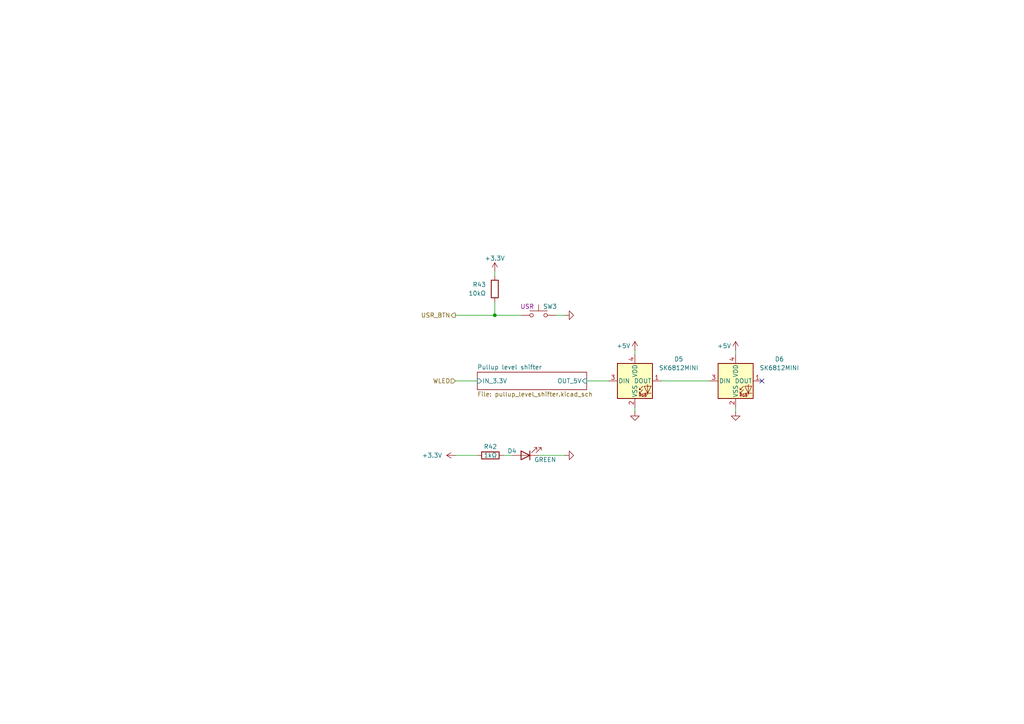
<source format=kicad_sch>
(kicad_sch (version 20250114) (generator "eeschema") (generator_version "9.0")
  (paper "A4")
  (lib_symbols
    (symbol "Device:LED" (pin_numbers (hide yes)) (pin_names (offset 1.016) (hide yes))
      (property "Reference" "D" (at 0 2.54 0))
      (property "Value" "LED" (at 0 -2.54 0))
      (symbol "LED_0_1"
        (polyline (pts (xy -3.048 -0.762) (xy -4.572 -2.286) (xy -3.81 -2.286) (xy -4.572 -2.286) (xy -4.572 -1.524)))
        (polyline (pts (xy -1.778 -0.762) (xy -3.302 -2.286) (xy -2.54 -2.286) (xy -3.302 -2.286) (xy -3.302 -1.524)))
        (polyline (pts (xy -1.27 0) (xy 1.27 0)))
        (polyline (pts (xy -1.27 -1.27) (xy -1.27 1.27)) (stroke (width 0.254)))
        (polyline (pts (xy 1.27 -1.27) (xy 1.27 1.27) (xy -1.27 0) (xy 1.27 -1.27)) (stroke (width 0.254)))
      )
      (symbol "LED_1_1"
        (pin passive line (at -3.81 0 0) (length 2.54) (name "K") (number "1"))
        (pin passive line (at 3.81 0 180) (length 2.54) (name "A") (number "2"))
      )
    )
    (symbol "Device:R" (pin_numbers (hide yes)) (pin_names (offset 0))
      (property "Reference" "R" (at 2.032 0 90))
      (property "Value" "R" (at 0 0 90))
      (symbol "R_0_1"
        (rectangle (start -1.016 -2.54) (end 1.016 2.54) (stroke (width 0.254)))
      )
      (symbol "R_1_1"
        (pin passive line (at 0 3.81 270) (length 1.27) (name "~") (number "1"))
        (pin passive line (at 0 -3.81 90) (length 1.27) (name "~") (number "2"))
      )
    )
    (symbol "LED:SK6812MINI" (pin_names (offset 0.254))
      (property "Reference" "D" (at 5.08 5.715 0))
      (property "Value" "SK6812MINI" (at 1.27 -5.715 0))
      (symbol "SK6812MINI_0_0"
        (text "RGB" (at 2.286 -4.191 0) (effects (font (size 0.762 0.762))))
      )
      (symbol "SK6812MINI_0_1"
        (polyline (pts (xy 1.27 -2.54) (xy 1.778 -2.54)))
        (polyline (pts (xy 1.27 -3.556) (xy 1.778 -3.556)))
        (polyline (pts (xy 2.286 -1.524) (xy 1.27 -2.54) (xy 1.27 -2.032)))
        (polyline (pts (xy 2.286 -2.54) (xy 1.27 -3.556) (xy 1.27 -3.048)))
        (polyline (pts (xy 3.683 -1.016) (xy 3.683 -3.556) (xy 3.683 -4.064)))
        (polyline (pts (xy 4.699 -1.524) (xy 2.667 -1.524) (xy 3.683 -3.556) (xy 4.699 -1.524)))
        (polyline (pts (xy 4.699 -3.556) (xy 2.667 -3.556)))
        (rectangle (start 5.08 5.08) (end -5.08 -5.08) (stroke (width 0.254)) (fill (type background)))
      )
      (symbol "SK6812MINI_1_1"
        (pin input line (at -7.62 0 0) (length 2.54) (name "DIN") (number "3"))
        (pin power_in line (at 0 7.62 270) (length 2.54) (name "VDD") (number "4"))
        (pin power_in line (at 0 -7.62 90) (length 2.54) (name "VSS") (number "2"))
        (pin output line (at 7.62 0 180) (length 2.54) (name "DOUT") (number "1"))
      )
    )
    (symbol "Switch:SW_Push" (pin_numbers (hide yes)) (pin_names (offset 1.016) (hide yes))
      (property "Reference" "SW" (at 1.27 2.54 0))
      (property "Value" "SW_Push" (at 0 -1.524 0))
      (symbol "SW_Push_0_1"
        (circle (center -2.032 0) (radius 0.508))
        (polyline (pts (xy 0 1.27) (xy 0 3.048)))
        (circle (center 2.032 0) (radius 0.508))
        (polyline (pts (xy 2.54 1.27) (xy -2.54 1.27)))
        (pin passive line (at -5.08 0 0) (length 2.54) (name "1") (number "1"))
        (pin passive line (at 5.08 0 180) (length 2.54) (name "2") (number "2"))
      )
    )
    (symbol "power:+3.3V" (power) (pin_numbers (hide yes)) (pin_names (offset 0) (hide yes))
      (property "Value" "+3.3V" (at 0 3.556 0))
      (symbol "+3.3V_0_1"
        (polyline (pts (xy -0.762 1.27) (xy 0 2.54)))
        (polyline (pts (xy 0 2.54) (xy 0.762 1.27)))
        (polyline (pts (xy 0 0) (xy 0 2.54)))
      )
      (symbol "+3.3V_1_1"
        (pin power_in line (at 0 0 90) (length 0) (name "~") (number "1"))
      )
    )
    (symbol "power:+5V" (power) (pin_numbers (hide yes)) (pin_names (offset 0) (hide yes))
      (property "Value" "+5V" (at 0 3.556 0))
      (symbol "+5V_0_1"
        (polyline (pts (xy -0.762 1.27) (xy 0 2.54)))
        (polyline (pts (xy 0 2.54) (xy 0.762 1.27)))
        (polyline (pts (xy 0 0) (xy 0 2.54)))
      )
      (symbol "+5V_1_1"
        (pin power_in line (at 0 0 90) (length 0) (name "~") (number "1"))
      )
    )
    (symbol "power:GND" (power) (pin_numbers (hide yes)) (pin_names (offset 0) (hide yes))
      (property "Value" "GND" (at 0 -3.81 0))
      (symbol "GND_0_1"
        (polyline (pts (xy 0 0) (xy 0 -1.27) (xy 1.27 -1.27) (xy 0 -2.54) (xy -1.27 -1.27) (xy 0 -1.27)))
      )
      (symbol "GND_1_1"
        (pin power_in line (at 0 0 270) (length 0) (name "~") (number "1"))
      )
    )
  )
  (junction (at 143.51 91.44))
  (no_connect (at 220.98 110.49))
  (wire (pts (xy 213.36 118.11) (xy 213.36 119.38)))
  (wire (pts (xy 146.05 132.08) (xy 148.59 132.08)))
  (wire (pts (xy 143.51 87.63) (xy 143.51 91.44)))
  (wire (pts (xy 143.51 91.44) (xy 151.13 91.44)))
  (wire (pts (xy 184.15 101.6) (xy 184.15 102.87)))
  (wire (pts (xy 143.51 78.74) (xy 143.51 80.01)))
  (wire (pts (xy 163.83 132.08) (xy 156.21 132.08)))
  (wire (pts (xy 170.18 110.49) (xy 176.53 110.49)))
  (wire (pts (xy 213.36 101.6) (xy 213.36 102.87)))
  (wire (pts (xy 132.08 110.49) (xy 138.43 110.49)))
  (wire (pts (xy 191.77 110.49) (xy 205.74 110.49)))
  (wire (pts (xy 184.15 118.11) (xy 184.15 119.38)))
  (wire (pts (xy 143.51 91.44) (xy 132.08 91.44)))
  (wire (pts (xy 163.83 91.44) (xy 161.29 91.44)))
  (wire (pts (xy 132.08 132.08) (xy 138.43 132.08)))
  (hierarchical_label "WLED" (shape input) (at 132.08 110.49 180))
  (hierarchical_label "USR_BTN" (shape output) (at 132.08 91.44 180))
  (symbol (lib_id "power:GND") (at 184.15 119.38 0) (mirror y) (unit 1)
    (property "Reference" "#PWR095" (effects (hide yes)))
    (property "Value" "GND" (effects (hide yes)))
    (property "Description" "Power symbol creates a global label with name \"GND\" , ground" (effects (hide yes)))
  )
  (symbol (lib_id "Device:LED") (at 152.4 132.08 180) (unit 1)
    (property "Reference" "D4" (at 149.86 130.81 0) (effects (justify left)))
    (property "Value" "GREEN" (at 154.94 133.35 0) (effects (justify right)))
    (property "Footprint" "LED_SMD:LED_0805_2012Metric" (effects (hide yes)))
    (property "Description" "Light emitting diode" (effects (hide yes)))
    (property "Sim.Pins" "1=K 2=A" (effects (hide yes)))
    (property "LCSC" "C2297" (effects (hide yes)))
    (property "MPN" "KT-0805G" (effects (hide yes)))
  )
  (symbol (lib_id "Device:R") (at 142.24 132.08 270) (mirror x) (unit 1)
    (property "Reference" "R42" (at 142.24 129.54 90))
    (property "Value" "1kΩ" (at 142.24 132.08 90))
    (property "Footprint" "Resistor_SMD:R_0805_2012Metric" (effects (hide yes)))
    (property "Description" "Resistor" (effects (hide yes)))
    (property "LCSC" "C17513" (effects (hide yes)))
    (property "MPN" "R 1kΩ 125mW 0805" (effects (hide yes)))
  )
  (symbol (lib_id "power:+3.3V") (at 132.08 132.08 90) (unit 1)
    (property "Reference" "#PWR090" (effects (hide yes)))
    (property "Value" "+3.3V" (at 128.27 132.08 90) (effects (justify left)))
    (property "Description" "Power symbol creates a global label with name \"+3.3V\"" (effects (hide yes)))
  )
  (symbol (lib_id "LED:SK6812MINI") (at 213.36 110.49 0) (unit 1)
    (property "Reference" "D6" (at 226.06 104.1714 0))
    (property "Value" "SK6812MINI" (at 226.06 106.7114 0))
    (property "Footprint" "LED_SMD:LED_SK6812MINI_PLCC4_3.5x3.5mm_P1.75mm" (effects (hide yes)))
    (property "Datasheet" "https://cdn-shop.adafruit.com/product-files/2686/SK6812MINI_REV.01-1-2.pdf" (effects (hide yes)))
    (property "Description" "RGB LED with integrated controller" (effects (hide yes)))
    (property "LCSC" "C5149201" (effects (hide yes)))
    (property "MPN" "SK6812MINI-E" (effects (hide yes)))
  )
  (symbol (lib_id "power:+5V") (at 213.36 101.6 0) (unit 1)
    (property "Reference" "#PWR096" (effects (hide yes)))
    (property "Value" "+5V" (at 212.09 100.33 0) (effects (justify right)))
    (property "Description" "Power symbol creates a global label with name \"+5V\"" (effects (hide yes)))
  )
  (symbol (lib_id "power:+5V") (at 184.15 101.6 0) (unit 1)
    (property "Reference" "#PWR094" (effects (hide yes)))
    (property "Value" "+5V" (at 182.88 100.33 0) (effects (justify right)))
    (property "Description" "Power symbol creates a global label with name \"+5V\"" (effects (hide yes)))
  )
  (symbol (lib_id "power:GND") (at 163.83 91.44 90) (mirror x) (unit 1)
    (property "Reference" "#PWR092" (effects (hide yes)))
    (property "Value" "GND" (effects (hide yes)))
    (property "Description" "Power symbol creates a global label with name \"GND\" , ground" (effects (hide yes)))
  )
  (symbol (lib_id "power:GND") (at 163.83 132.08 90) (mirror x) (unit 1)
    (property "Reference" "#PWR093" (effects (hide yes)))
    (property "Value" "GND" (effects (hide yes)))
    (property "Description" "Power symbol creates a global label with name \"GND\" , ground" (effects (hide yes)))
  )
  (symbol (lib_id "Device:R") (at 143.51 83.82 0) (mirror y) (unit 1)
    (property "Reference" "R43" (at 140.97 82.5499 0) (effects (justify left)))
    (property "Value" "10kΩ" (at 140.97 85.0899 0) (effects (justify left)))
    (property "Footprint" "Resistor_SMD:R_0805_2012Metric" (effects (hide yes)))
    (property "Description" "Resistor" (effects (hide yes)))
    (property "LCSC" "C17414" (effects (hide yes)))
    (property "MPN" "R 10kΩ 125mW 0805" (effects (hide yes)))
  )
  (symbol (lib_id "LED:SK6812MINI") (at 184.15 110.49 0) (unit 1)
    (property "Reference" "D5" (at 196.85 104.1714 0))
    (property "Value" "SK6812MINI" (at 196.85 106.7114 0))
    (property "Footprint" "LED_SMD:LED_SK6812MINI_PLCC4_3.5x3.5mm_P1.75mm" (effects (hide yes)))
    (property "Datasheet" "https://cdn-shop.adafruit.com/product-files/2686/SK6812MINI_REV.01-1-2.pdf" (effects (hide yes)))
    (property "Description" "RGB LED with integrated controller" (effects (hide yes)))
    (property "LCSC" "C5149201" (effects (hide yes)))
    (property "MPN" "SK6812MINI-E" (effects (hide yes)))
  )
  (symbol (lib_id "power:GND") (at 213.36 119.38 0) (mirror y) (unit 1)
    (property "Reference" "#PWR097" (effects (hide yes)))
    (property "Value" "GND" (effects (hide yes)))
    (property "Description" "Power symbol creates a global label with name \"GND\" , ground" (effects (hide yes)))
  )
  (symbol (lib_id "power:+3.3V") (at 143.51 78.74 0) (unit 1)
    (property "Reference" "#PWR091" (effects (hide yes)))
    (property "Value" "+3.3V" (at 143.51 74.93 0))
    (property "Description" "Power symbol creates a global label with name \"+3.3V\"" (effects (hide yes)))
  )
  (symbol (lib_id "Switch:SW_Push") (at 156.21 91.44 0) (mirror y) (unit 1)
    (property "Reference" "SW3" (at 157.48 88.9 0) (effects (justify right)))
    (property "Value" "SPST BTN" (effects (hide yes)))
    (property "Footprint" "Button_Switch_SMD:SW_Push_1P1T_XKB_TS-1187A" (effects (hide yes)))
    (property "Shop" "https://store.comet.bg/Catalogue/Product/2684/" (effects (hide yes)))
    (property "Purpose" "USR" (at 154.94 88.9 0) (effects (justify left)))
    (property "LCSC" "C318884" (effects (hide yes)))
    (property "MPN" "TS-1187A-B-A-B" (effects (hide yes)))
  )
  (sheet (at 138.43 107.95) (size 31.75 5.08) (stroke (width 0.1524))
    (property "Sheetname" "Pullup level shifter" (at 138.43 107.2384 0) (effects (justify left bottom)))
    (property "Sheetfile" "pullup_level_shifter.kicad_sch" (at 138.43 113.6146 0) (effects (justify left top)))
    (pin "IN_3.3V" input (at 138.43 110.49 180))
    (pin "OUT_5V" input (at 170.18 110.49 0))
  )
)
</source>
